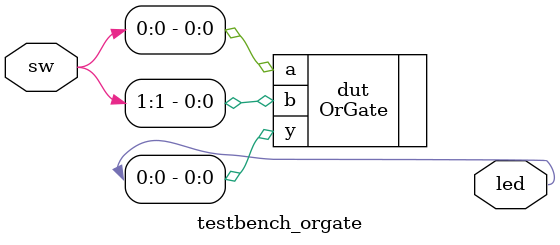
<source format=v>
`timescale 1ns / 1ps


module testbench_orgate(input[15:0] sw,output [15:0] led);
    OrGate dut(
                    .a(sw[0]),
                    .b(sw[1]),
                    .y(led[0])
                    );
    
endmodule

</source>
